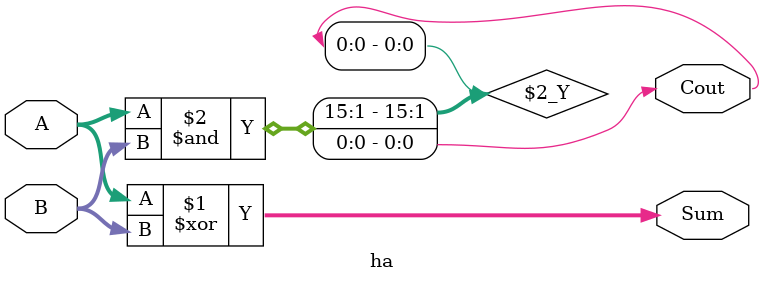
<source format=v>
module ha(A,B,Sum,Cout);
	input[15:0] A,B;
	output[15:0] Sum;
	output Cout;

	/*wire [15:0] Sum;
	wire Cout;	*/
	
	assign Sum=A^B;
	assign Cout=A&B;
endmodule
</source>
